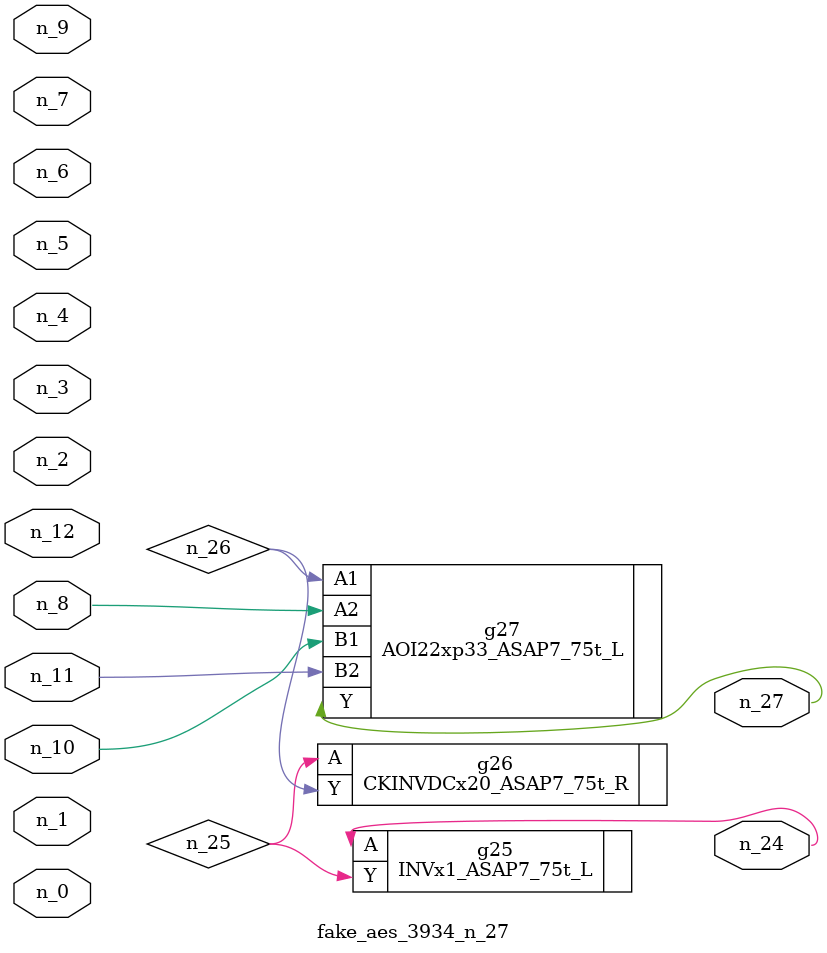
<source format=v>
module fake_aes_3934_n_27 (n_11, n_1, n_2, n_12, n_6, n_4, n_3, n_9, n_5, n_7, n_10, n_8, n_0, n_27, n_24);
input n_11;
input n_1;
input n_2;
input n_12;
input n_6;
input n_4;
input n_3;
input n_9;
input n_5;
input n_7;
input n_10;
input n_8;
input n_0;
output n_27;
output n_24;
wire n_20;
wire n_22;
wire n_25;
wire n_16;
wire n_26;
wire n_13;
wire n_18;
wire n_17;
wire n_14;
wire n_15;
wire n_24;
wire n_19;
wire n_21;
CKINVDCx16_ASAP7_75t_R g13 ( .A(n_0), .Y(n_13) );
NAND2xp5_ASAP7_75t_SL g14 ( .A(n_12), .B(n_4), .Y(n_14) );
NAND2xp5_ASAP7_75t_L g15 ( .A(n_0), .B(n_1), .Y(n_15) );
INVx1_ASAP7_75t_L g16 ( .A(n_9), .Y(n_16) );
INVx1_ASAP7_75t_L g17 ( .A(n_7), .Y(n_17) );
AOI22xp5_ASAP7_75t_L g18 ( .A1(n_13), .A2(n_15), .B1(n_16), .B2(n_17), .Y(n_18) );
AND2x2_ASAP7_75t_L g19 ( .A(n_14), .B(n_2), .Y(n_19) );
INVx1_ASAP7_75t_L g20 ( .A(n_19), .Y(n_20) );
AND2x2_ASAP7_75t_L g21 ( .A(n_20), .B(n_18), .Y(n_21) );
AND2x2_ASAP7_75t_L g22 ( .A(n_21), .B(n_14), .Y(n_22) );
AOI22xp33_ASAP7_75t_L g23 ( .A1(n_22), .A2(n_3), .B1(n_5), .B2(n_6), .Y(n_23) );
UNKNOWN g24 ( );
INVx1_ASAP7_75t_L g25 ( .A(n_24), .Y(n_25) );
CKINVDCx20_ASAP7_75t_R g26 ( .A(n_25), .Y(n_26) );
AOI22xp33_ASAP7_75t_L g27 ( .A1(n_26), .A2(n_8), .B1(n_10), .B2(n_11), .Y(n_27) );
endmodule
</source>
